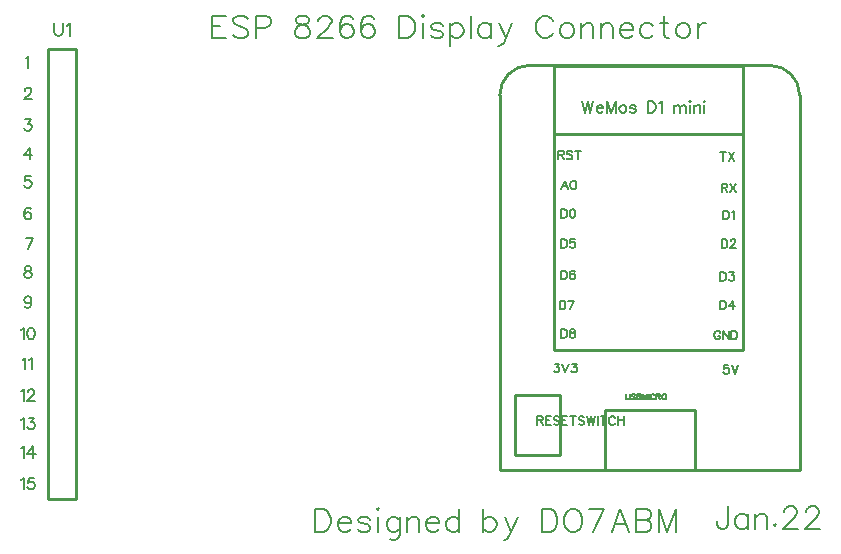
<source format=gto>
G04 Layer: TopSilkLayer*
G04 EasyEDA v6.4.25, 2022-01-12T14:51:12+01:00*
G04 7a201c4e50c24bc0a63e83562ee2f331,e596f8a6ee9548d7bb734fb2f4e531ed,10*
G04 Gerber Generator version 0.2*
G04 Scale: 100 percent, Rotated: No, Reflected: No *
G04 Dimensions in millimeters *
G04 leading zeros omitted , absolute positions ,4 integer and 5 decimal *
%FSLAX45Y45*%
%MOMM*%

%ADD10C,0.2540*%
%ADD13C,0.2032*%
%ADD14C,0.1524*%

%LPD*%
D13*
X2667000Y7977378D02*
G01*
X2667000Y7783576D01*
X2667000Y7977378D02*
G01*
X2787141Y7977378D01*
X2667000Y7885176D02*
G01*
X2740913Y7885176D01*
X2667000Y7783576D02*
G01*
X2787141Y7783576D01*
X2977388Y7949692D02*
G01*
X2958845Y7968234D01*
X2931159Y7977378D01*
X2894329Y7977378D01*
X2866390Y7968234D01*
X2848102Y7949692D01*
X2848102Y7931150D01*
X2857245Y7912862D01*
X2866390Y7903463D01*
X2884931Y7894320D01*
X2940304Y7875778D01*
X2958845Y7866634D01*
X2967990Y7857489D01*
X2977388Y7838947D01*
X2977388Y7811262D01*
X2958845Y7792720D01*
X2931159Y7783576D01*
X2894329Y7783576D01*
X2866390Y7792720D01*
X2848102Y7811262D01*
X3038347Y7977378D02*
G01*
X3038347Y7783576D01*
X3038347Y7977378D02*
G01*
X3121406Y7977378D01*
X3149091Y7968234D01*
X3158490Y7959089D01*
X3167634Y7940547D01*
X3167634Y7912862D01*
X3158490Y7894320D01*
X3149091Y7885176D01*
X3121406Y7875778D01*
X3038347Y7875778D01*
X3417061Y7977378D02*
G01*
X3389375Y7968234D01*
X3379977Y7949692D01*
X3379977Y7931150D01*
X3389375Y7912862D01*
X3407663Y7903463D01*
X3444747Y7894320D01*
X3472434Y7885176D01*
X3490975Y7866634D01*
X3500120Y7848092D01*
X3500120Y7820405D01*
X3490975Y7801863D01*
X3481577Y7792720D01*
X3453891Y7783576D01*
X3417061Y7783576D01*
X3389375Y7792720D01*
X3379977Y7801863D01*
X3370834Y7820405D01*
X3370834Y7848092D01*
X3379977Y7866634D01*
X3398520Y7885176D01*
X3426206Y7894320D01*
X3463290Y7903463D01*
X3481577Y7912862D01*
X3490975Y7931150D01*
X3490975Y7949692D01*
X3481577Y7968234D01*
X3453891Y7977378D01*
X3417061Y7977378D01*
X3570224Y7931150D02*
G01*
X3570224Y7940547D01*
X3579622Y7959089D01*
X3588765Y7968234D01*
X3607308Y7977378D01*
X3644138Y7977378D01*
X3662679Y7968234D01*
X3671824Y7959089D01*
X3681222Y7940547D01*
X3681222Y7922005D01*
X3671824Y7903463D01*
X3653536Y7875778D01*
X3561079Y7783576D01*
X3690365Y7783576D01*
X3862070Y7949692D02*
G01*
X3852925Y7968234D01*
X3825240Y7977378D01*
X3806697Y7977378D01*
X3779011Y7968234D01*
X3760470Y7940547D01*
X3751325Y7894320D01*
X3751325Y7848092D01*
X3760470Y7811262D01*
X3779011Y7792720D01*
X3806697Y7783576D01*
X3816095Y7783576D01*
X3843781Y7792720D01*
X3862070Y7811262D01*
X3871468Y7838947D01*
X3871468Y7848092D01*
X3862070Y7875778D01*
X3843781Y7894320D01*
X3816095Y7903463D01*
X3806697Y7903463D01*
X3779011Y7894320D01*
X3760470Y7875778D01*
X3751325Y7848092D01*
X4043172Y7949692D02*
G01*
X4034027Y7968234D01*
X4006341Y7977378D01*
X3987800Y7977378D01*
X3960113Y7968234D01*
X3941572Y7940547D01*
X3932427Y7894320D01*
X3932427Y7848092D01*
X3941572Y7811262D01*
X3960113Y7792720D01*
X3987800Y7783576D01*
X3996943Y7783576D01*
X4024629Y7792720D01*
X4043172Y7811262D01*
X4052570Y7838947D01*
X4052570Y7848092D01*
X4043172Y7875778D01*
X4024629Y7894320D01*
X3996943Y7903463D01*
X3987800Y7903463D01*
X3960113Y7894320D01*
X3941572Y7875778D01*
X3932427Y7848092D01*
X4255770Y7977378D02*
G01*
X4255770Y7783576D01*
X4255770Y7977378D02*
G01*
X4320286Y7977378D01*
X4347972Y7968234D01*
X4366513Y7949692D01*
X4375658Y7931150D01*
X4385056Y7903463D01*
X4385056Y7857489D01*
X4375658Y7829550D01*
X4366513Y7811262D01*
X4347972Y7792720D01*
X4320286Y7783576D01*
X4255770Y7783576D01*
X4446015Y7977378D02*
G01*
X4455159Y7968234D01*
X4464304Y7977378D01*
X4455159Y7986776D01*
X4446015Y7977378D01*
X4455159Y7912862D02*
G01*
X4455159Y7783576D01*
X4626863Y7885176D02*
G01*
X4617720Y7903463D01*
X4590034Y7912862D01*
X4562347Y7912862D01*
X4534661Y7903463D01*
X4525263Y7885176D01*
X4534661Y7866634D01*
X4552950Y7857489D01*
X4599177Y7848092D01*
X4617720Y7838947D01*
X4626863Y7820405D01*
X4626863Y7811262D01*
X4617720Y7792720D01*
X4590034Y7783576D01*
X4562347Y7783576D01*
X4534661Y7792720D01*
X4525263Y7811262D01*
X4687824Y7912862D02*
G01*
X4687824Y7718805D01*
X4687824Y7885176D02*
G01*
X4706365Y7903463D01*
X4724908Y7912862D01*
X4752593Y7912862D01*
X4771136Y7903463D01*
X4789424Y7885176D01*
X4798822Y7857489D01*
X4798822Y7838947D01*
X4789424Y7811262D01*
X4771136Y7792720D01*
X4752593Y7783576D01*
X4724908Y7783576D01*
X4706365Y7792720D01*
X4687824Y7811262D01*
X4859781Y7977378D02*
G01*
X4859781Y7783576D01*
X5031486Y7912862D02*
G01*
X5031486Y7783576D01*
X5031486Y7885176D02*
G01*
X5012943Y7903463D01*
X4994656Y7912862D01*
X4966970Y7912862D01*
X4948427Y7903463D01*
X4929886Y7885176D01*
X4920741Y7857489D01*
X4920741Y7838947D01*
X4929886Y7811262D01*
X4948427Y7792720D01*
X4966970Y7783576D01*
X4994656Y7783576D01*
X5012943Y7792720D01*
X5031486Y7811262D01*
X5101590Y7912862D02*
G01*
X5157215Y7783576D01*
X5212588Y7912862D02*
G01*
X5157215Y7783576D01*
X5138674Y7746492D01*
X5120131Y7727950D01*
X5101590Y7718805D01*
X5092445Y7718805D01*
X5554218Y7931150D02*
G01*
X5545074Y7949692D01*
X5526531Y7968234D01*
X5507990Y7977378D01*
X5471159Y7977378D01*
X5452618Y7968234D01*
X5434329Y7949692D01*
X5424931Y7931150D01*
X5415788Y7903463D01*
X5415788Y7857489D01*
X5424931Y7829550D01*
X5434329Y7811262D01*
X5452618Y7792720D01*
X5471159Y7783576D01*
X5507990Y7783576D01*
X5526531Y7792720D01*
X5545074Y7811262D01*
X5554218Y7829550D01*
X5661406Y7912862D02*
G01*
X5642863Y7903463D01*
X5624575Y7885176D01*
X5615177Y7857489D01*
X5615177Y7838947D01*
X5624575Y7811262D01*
X5642863Y7792720D01*
X5661406Y7783576D01*
X5689091Y7783576D01*
X5707634Y7792720D01*
X5726175Y7811262D01*
X5735320Y7838947D01*
X5735320Y7857489D01*
X5726175Y7885176D01*
X5707634Y7903463D01*
X5689091Y7912862D01*
X5661406Y7912862D01*
X5796279Y7912862D02*
G01*
X5796279Y7783576D01*
X5796279Y7875778D02*
G01*
X5823965Y7903463D01*
X5842508Y7912862D01*
X5870193Y7912862D01*
X5888736Y7903463D01*
X5897879Y7875778D01*
X5897879Y7783576D01*
X5958840Y7912862D02*
G01*
X5958840Y7783576D01*
X5958840Y7875778D02*
G01*
X5986525Y7903463D01*
X6005068Y7912862D01*
X6032754Y7912862D01*
X6051295Y7903463D01*
X6060440Y7875778D01*
X6060440Y7783576D01*
X6121400Y7857489D02*
G01*
X6232143Y7857489D01*
X6232143Y7875778D01*
X6223000Y7894320D01*
X6213856Y7903463D01*
X6195313Y7912862D01*
X6167627Y7912862D01*
X6149086Y7903463D01*
X6130543Y7885176D01*
X6121400Y7857489D01*
X6121400Y7838947D01*
X6130543Y7811262D01*
X6149086Y7792720D01*
X6167627Y7783576D01*
X6195313Y7783576D01*
X6213856Y7792720D01*
X6232143Y7811262D01*
X6404102Y7885176D02*
G01*
X6385559Y7903463D01*
X6367018Y7912862D01*
X6339331Y7912862D01*
X6320790Y7903463D01*
X6302502Y7885176D01*
X6293104Y7857489D01*
X6293104Y7838947D01*
X6302502Y7811262D01*
X6320790Y7792720D01*
X6339331Y7783576D01*
X6367018Y7783576D01*
X6385559Y7792720D01*
X6404102Y7811262D01*
X6492747Y7977378D02*
G01*
X6492747Y7820405D01*
X6501891Y7792720D01*
X6520434Y7783576D01*
X6538975Y7783576D01*
X6465061Y7912862D02*
G01*
X6529577Y7912862D01*
X6645909Y7912862D02*
G01*
X6627622Y7903463D01*
X6609079Y7885176D01*
X6599936Y7857489D01*
X6599936Y7838947D01*
X6609079Y7811262D01*
X6627622Y7792720D01*
X6645909Y7783576D01*
X6673850Y7783576D01*
X6692138Y7792720D01*
X6710679Y7811262D01*
X6719824Y7838947D01*
X6719824Y7857489D01*
X6710679Y7885176D01*
X6692138Y7903463D01*
X6673850Y7912862D01*
X6645909Y7912862D01*
X6780784Y7912862D02*
G01*
X6780784Y7783576D01*
X6780784Y7857489D02*
G01*
X6790181Y7885176D01*
X6808470Y7903463D01*
X6827011Y7912862D01*
X6854697Y7912862D01*
X3543300Y3799078D02*
G01*
X3543300Y3605276D01*
X3543300Y3799078D02*
G01*
X3608070Y3799078D01*
X3635756Y3789934D01*
X3654043Y3771392D01*
X3663441Y3752850D01*
X3672586Y3725163D01*
X3672586Y3679189D01*
X3663441Y3651250D01*
X3654043Y3632962D01*
X3635756Y3614420D01*
X3608070Y3605276D01*
X3543300Y3605276D01*
X3733545Y3679189D02*
G01*
X3844290Y3679189D01*
X3844290Y3697478D01*
X3835145Y3716020D01*
X3826002Y3725163D01*
X3807459Y3734562D01*
X3779774Y3734562D01*
X3761231Y3725163D01*
X3742690Y3706876D01*
X3733545Y3679189D01*
X3733545Y3660647D01*
X3742690Y3632962D01*
X3761231Y3614420D01*
X3779774Y3605276D01*
X3807459Y3605276D01*
X3826002Y3614420D01*
X3844290Y3632962D01*
X4006850Y3706876D02*
G01*
X3997706Y3725163D01*
X3970020Y3734562D01*
X3942334Y3734562D01*
X3914647Y3725163D01*
X3905250Y3706876D01*
X3914647Y3688334D01*
X3933190Y3679189D01*
X3979163Y3669792D01*
X3997706Y3660647D01*
X4006850Y3642105D01*
X4006850Y3632962D01*
X3997706Y3614420D01*
X3970020Y3605276D01*
X3942334Y3605276D01*
X3914647Y3614420D01*
X3905250Y3632962D01*
X4067809Y3799078D02*
G01*
X4077208Y3789934D01*
X4086352Y3799078D01*
X4077208Y3808476D01*
X4067809Y3799078D01*
X4077208Y3734562D02*
G01*
X4077208Y3605276D01*
X4258309Y3734562D02*
G01*
X4258309Y3586734D01*
X4248911Y3559047D01*
X4239768Y3549650D01*
X4221225Y3540505D01*
X4193540Y3540505D01*
X4174997Y3549650D01*
X4258309Y3706876D02*
G01*
X4239768Y3725163D01*
X4221225Y3734562D01*
X4193540Y3734562D01*
X4174997Y3725163D01*
X4156709Y3706876D01*
X4147311Y3679189D01*
X4147311Y3660647D01*
X4156709Y3632962D01*
X4174997Y3614420D01*
X4193540Y3605276D01*
X4221225Y3605276D01*
X4239768Y3614420D01*
X4258309Y3632962D01*
X4319270Y3734562D02*
G01*
X4319270Y3605276D01*
X4319270Y3697478D02*
G01*
X4346956Y3725163D01*
X4365243Y3734562D01*
X4392929Y3734562D01*
X4411472Y3725163D01*
X4420870Y3697478D01*
X4420870Y3605276D01*
X4481829Y3679189D02*
G01*
X4592574Y3679189D01*
X4592574Y3697478D01*
X4583429Y3716020D01*
X4574031Y3725163D01*
X4555490Y3734562D01*
X4527804Y3734562D01*
X4509515Y3725163D01*
X4490974Y3706876D01*
X4481829Y3679189D01*
X4481829Y3660647D01*
X4490974Y3632962D01*
X4509515Y3614420D01*
X4527804Y3605276D01*
X4555490Y3605276D01*
X4574031Y3614420D01*
X4592574Y3632962D01*
X4764277Y3799078D02*
G01*
X4764277Y3605276D01*
X4764277Y3706876D02*
G01*
X4745990Y3725163D01*
X4727447Y3734562D01*
X4699761Y3734562D01*
X4681220Y3725163D01*
X4662677Y3706876D01*
X4653534Y3679189D01*
X4653534Y3660647D01*
X4662677Y3632962D01*
X4681220Y3614420D01*
X4699761Y3605276D01*
X4727447Y3605276D01*
X4745990Y3614420D01*
X4764277Y3632962D01*
X4967477Y3799078D02*
G01*
X4967477Y3605276D01*
X4967477Y3706876D02*
G01*
X4986020Y3725163D01*
X5004561Y3734562D01*
X5032247Y3734562D01*
X5050790Y3725163D01*
X5069077Y3706876D01*
X5078475Y3679189D01*
X5078475Y3660647D01*
X5069077Y3632962D01*
X5050790Y3614420D01*
X5032247Y3605276D01*
X5004561Y3605276D01*
X4986020Y3614420D01*
X4967477Y3632962D01*
X5148579Y3734562D02*
G01*
X5203952Y3605276D01*
X5259324Y3734562D02*
G01*
X5203952Y3605276D01*
X5185409Y3568192D01*
X5167122Y3549650D01*
X5148579Y3540505D01*
X5139436Y3540505D01*
X5462524Y3799078D02*
G01*
X5462524Y3605276D01*
X5462524Y3799078D02*
G01*
X5527293Y3799078D01*
X5554979Y3789934D01*
X5573522Y3771392D01*
X5582665Y3752850D01*
X5591809Y3725163D01*
X5591809Y3679189D01*
X5582665Y3651250D01*
X5573522Y3632962D01*
X5554979Y3614420D01*
X5527293Y3605276D01*
X5462524Y3605276D01*
X5708395Y3799078D02*
G01*
X5689854Y3789934D01*
X5671311Y3771392D01*
X5662168Y3752850D01*
X5652770Y3725163D01*
X5652770Y3679189D01*
X5662168Y3651250D01*
X5671311Y3632962D01*
X5689854Y3614420D01*
X5708395Y3605276D01*
X5745225Y3605276D01*
X5763768Y3614420D01*
X5782309Y3632962D01*
X5791454Y3651250D01*
X5800597Y3679189D01*
X5800597Y3725163D01*
X5791454Y3752850D01*
X5782309Y3771392D01*
X5763768Y3789934D01*
X5745225Y3799078D01*
X5708395Y3799078D01*
X5990843Y3799078D02*
G01*
X5898641Y3605276D01*
X5861558Y3799078D02*
G01*
X5990843Y3799078D01*
X6125718Y3799078D02*
G01*
X6051804Y3605276D01*
X6125718Y3799078D02*
G01*
X6199631Y3605276D01*
X6079490Y3669792D02*
G01*
X6171945Y3669792D01*
X6260591Y3799078D02*
G01*
X6260591Y3605276D01*
X6260591Y3799078D02*
G01*
X6343650Y3799078D01*
X6371590Y3789934D01*
X6380734Y3780789D01*
X6389877Y3762247D01*
X6389877Y3743705D01*
X6380734Y3725163D01*
X6371590Y3716020D01*
X6343650Y3706876D01*
X6260591Y3706876D02*
G01*
X6343650Y3706876D01*
X6371590Y3697478D01*
X6380734Y3688334D01*
X6389877Y3669792D01*
X6389877Y3642105D01*
X6380734Y3623563D01*
X6371590Y3614420D01*
X6343650Y3605276D01*
X6260591Y3605276D01*
X6450838Y3799078D02*
G01*
X6450838Y3605276D01*
X6450838Y3799078D02*
G01*
X6524752Y3605276D01*
X6598665Y3799078D02*
G01*
X6524752Y3605276D01*
X6598665Y3799078D02*
G01*
X6598665Y3605276D01*
X1092200Y7613904D02*
G01*
X1101344Y7618476D01*
X1114805Y7631937D01*
X1114805Y7536434D01*
X1084071Y7342631D02*
G01*
X1084071Y7347204D01*
X1088644Y7356094D01*
X1093215Y7360665D01*
X1102105Y7365237D01*
X1120394Y7365237D01*
X1129537Y7360665D01*
X1134110Y7356094D01*
X1138681Y7347204D01*
X1138681Y7338060D01*
X1134110Y7328915D01*
X1124965Y7315200D01*
X1079500Y7269734D01*
X1143254Y7269734D01*
X1088644Y7098537D02*
G01*
X1138681Y7098537D01*
X1111250Y7062215D01*
X1124965Y7062215D01*
X1134110Y7057644D01*
X1138681Y7053071D01*
X1143254Y7039610D01*
X1143254Y7030465D01*
X1138681Y7016750D01*
X1129537Y7007605D01*
X1115821Y7003034D01*
X1102105Y7003034D01*
X1088644Y7007605D01*
X1084071Y7012178D01*
X1079500Y7021321D01*
X1124965Y6857237D02*
G01*
X1079500Y6793737D01*
X1147571Y6793737D01*
X1124965Y6857237D02*
G01*
X1124965Y6761734D01*
X1134110Y6615937D02*
G01*
X1088644Y6615937D01*
X1084071Y6575044D01*
X1088644Y6579615D01*
X1102105Y6584187D01*
X1115821Y6584187D01*
X1129537Y6579615D01*
X1138681Y6570471D01*
X1143254Y6557010D01*
X1143254Y6547865D01*
X1138681Y6534150D01*
X1129537Y6525005D01*
X1115821Y6520434D01*
X1102105Y6520434D01*
X1088644Y6525005D01*
X1084071Y6529578D01*
X1079500Y6538721D01*
X1134110Y6335776D02*
G01*
X1129537Y6344665D01*
X1115821Y6349237D01*
X1106678Y6349237D01*
X1093215Y6344665D01*
X1084071Y6331204D01*
X1079500Y6308344D01*
X1079500Y6285737D01*
X1084071Y6267450D01*
X1093215Y6258305D01*
X1106678Y6253734D01*
X1111250Y6253734D01*
X1124965Y6258305D01*
X1134110Y6267450D01*
X1138681Y6281165D01*
X1138681Y6285737D01*
X1134110Y6299200D01*
X1124965Y6308344D01*
X1111250Y6312915D01*
X1106678Y6312915D01*
X1093215Y6308344D01*
X1084071Y6299200D01*
X1079500Y6285737D01*
X1155954Y6095237D02*
G01*
X1110487Y5999734D01*
X1092200Y6095237D02*
G01*
X1155954Y6095237D01*
X1102105Y5853937D02*
G01*
X1088644Y5849365D01*
X1084071Y5840476D01*
X1084071Y5831331D01*
X1088644Y5822187D01*
X1097787Y5817615D01*
X1115821Y5813044D01*
X1129537Y5808471D01*
X1138681Y5799581D01*
X1143254Y5790437D01*
X1143254Y5776721D01*
X1138681Y5767578D01*
X1134110Y5763005D01*
X1120394Y5758434D01*
X1102105Y5758434D01*
X1088644Y5763005D01*
X1084071Y5767578D01*
X1079500Y5776721D01*
X1079500Y5790437D01*
X1084071Y5799581D01*
X1093215Y5808471D01*
X1106678Y5813044D01*
X1124965Y5817615D01*
X1134110Y5822187D01*
X1138681Y5831331D01*
X1138681Y5840476D01*
X1134110Y5849365D01*
X1120394Y5853937D01*
X1102105Y5853937D01*
X1138681Y5568187D02*
G01*
X1134110Y5554471D01*
X1124965Y5545581D01*
X1111250Y5541010D01*
X1106678Y5541010D01*
X1093215Y5545581D01*
X1084071Y5554471D01*
X1079500Y5568187D01*
X1079500Y5572760D01*
X1084071Y5586476D01*
X1093215Y5595365D01*
X1106678Y5599937D01*
X1111250Y5599937D01*
X1124965Y5595365D01*
X1134110Y5586476D01*
X1138681Y5568187D01*
X1138681Y5545581D01*
X1134110Y5522721D01*
X1124965Y5509005D01*
X1111250Y5504434D01*
X1102105Y5504434D01*
X1088644Y5509005D01*
X1084071Y5518150D01*
X1054100Y5315204D02*
G01*
X1063244Y5319776D01*
X1076705Y5333237D01*
X1076705Y5237734D01*
X1134110Y5333237D02*
G01*
X1120394Y5328665D01*
X1111250Y5315204D01*
X1106931Y5292344D01*
X1106931Y5278881D01*
X1111250Y5256021D01*
X1120394Y5242305D01*
X1134110Y5237734D01*
X1143254Y5237734D01*
X1156715Y5242305D01*
X1165860Y5256021D01*
X1170431Y5278881D01*
X1170431Y5292344D01*
X1165860Y5315204D01*
X1156715Y5328665D01*
X1143254Y5333237D01*
X1134110Y5333237D01*
X1066800Y5061204D02*
G01*
X1075944Y5065776D01*
X1089405Y5079237D01*
X1089405Y4983734D01*
X1119631Y5061204D02*
G01*
X1128521Y5065776D01*
X1142237Y5079237D01*
X1142237Y4983734D01*
X1054100Y4794504D02*
G01*
X1063244Y4799076D01*
X1076705Y4812537D01*
X1076705Y4717034D01*
X1111250Y4789931D02*
G01*
X1111250Y4794504D01*
X1115821Y4803394D01*
X1120394Y4807965D01*
X1129537Y4812537D01*
X1147826Y4812537D01*
X1156715Y4807965D01*
X1161287Y4803394D01*
X1165860Y4794504D01*
X1165860Y4785360D01*
X1161287Y4776215D01*
X1152397Y4762500D01*
X1106931Y4717034D01*
X1170431Y4717034D01*
X1054100Y4553204D02*
G01*
X1063244Y4557776D01*
X1076705Y4571237D01*
X1076705Y4475734D01*
X1115821Y4571237D02*
G01*
X1165860Y4571237D01*
X1138681Y4534915D01*
X1152397Y4534915D01*
X1161287Y4530344D01*
X1165860Y4525771D01*
X1170431Y4512310D01*
X1170431Y4503165D01*
X1165860Y4489450D01*
X1156715Y4480305D01*
X1143254Y4475734D01*
X1129537Y4475734D01*
X1115821Y4480305D01*
X1111250Y4484878D01*
X1106931Y4494021D01*
X1054100Y4311904D02*
G01*
X1063244Y4316476D01*
X1076705Y4329937D01*
X1076705Y4234434D01*
X1152397Y4329937D02*
G01*
X1106931Y4266437D01*
X1175004Y4266437D01*
X1152397Y4329937D02*
G01*
X1152397Y4234434D01*
X1054100Y4045204D02*
G01*
X1063244Y4049776D01*
X1076705Y4063237D01*
X1076705Y3967734D01*
X1161287Y4063237D02*
G01*
X1115821Y4063237D01*
X1111250Y4022344D01*
X1115821Y4026915D01*
X1129537Y4031487D01*
X1143254Y4031487D01*
X1156715Y4026915D01*
X1165860Y4017771D01*
X1170431Y4004310D01*
X1170431Y3995165D01*
X1165860Y3981450D01*
X1156715Y3972305D01*
X1143254Y3967734D01*
X1129537Y3967734D01*
X1115821Y3972305D01*
X1111250Y3976878D01*
X1106931Y3986021D01*
D14*
X1333500Y7913115D02*
G01*
X1333500Y7835137D01*
X1338579Y7819644D01*
X1348994Y7809229D01*
X1364742Y7804150D01*
X1375155Y7804150D01*
X1390650Y7809229D01*
X1401063Y7819644D01*
X1406144Y7835137D01*
X1406144Y7913115D01*
X1440434Y7892287D02*
G01*
X1450847Y7897621D01*
X1466595Y7913115D01*
X1466595Y7804150D01*
X5803900Y7252715D02*
G01*
X5827013Y7155687D01*
X5850127Y7252715D02*
G01*
X5827013Y7155687D01*
X5850127Y7252715D02*
G01*
X5873241Y7155687D01*
X5896356Y7252715D02*
G01*
X5873241Y7155687D01*
X5926836Y7192518D02*
G01*
X5982208Y7192518D01*
X5982208Y7201915D01*
X5977636Y7211060D01*
X5972809Y7215631D01*
X5963665Y7220204D01*
X5949950Y7220204D01*
X5940552Y7215631D01*
X5931408Y7206487D01*
X5926836Y7192518D01*
X5926836Y7183373D01*
X5931408Y7169404D01*
X5940552Y7160260D01*
X5949950Y7155687D01*
X5963665Y7155687D01*
X5972809Y7160260D01*
X5982208Y7169404D01*
X6012688Y7252715D02*
G01*
X6012688Y7155687D01*
X6012688Y7252715D02*
G01*
X6049518Y7155687D01*
X6086602Y7252715D02*
G01*
X6049518Y7155687D01*
X6086602Y7252715D02*
G01*
X6086602Y7155687D01*
X6140195Y7220204D02*
G01*
X6130797Y7215631D01*
X6121654Y7206487D01*
X6117081Y7192518D01*
X6117081Y7183373D01*
X6121654Y7169404D01*
X6130797Y7160260D01*
X6140195Y7155687D01*
X6153911Y7155687D01*
X6163309Y7160260D01*
X6172454Y7169404D01*
X6177025Y7183373D01*
X6177025Y7192518D01*
X6172454Y7206487D01*
X6163309Y7215631D01*
X6153911Y7220204D01*
X6140195Y7220204D01*
X6258306Y7206487D02*
G01*
X6253734Y7215631D01*
X6239763Y7220204D01*
X6226047Y7220204D01*
X6212077Y7215631D01*
X6207506Y7206487D01*
X6212077Y7197089D01*
X6221475Y7192518D01*
X6244590Y7187945D01*
X6253734Y7183373D01*
X6258306Y7174229D01*
X6258306Y7169404D01*
X6253734Y7160260D01*
X6239763Y7155687D01*
X6226047Y7155687D01*
X6212077Y7160260D01*
X6207506Y7169404D01*
X6359906Y7252715D02*
G01*
X6359906Y7155687D01*
X6359906Y7252715D02*
G01*
X6392163Y7252715D01*
X6406134Y7247889D01*
X6415277Y7238745D01*
X6419850Y7229602D01*
X6424675Y7215631D01*
X6424675Y7192518D01*
X6419850Y7178802D01*
X6415277Y7169404D01*
X6406134Y7160260D01*
X6392163Y7155687D01*
X6359906Y7155687D01*
X6455156Y7234173D02*
G01*
X6464300Y7238745D01*
X6478270Y7252715D01*
X6478270Y7155687D01*
X6579870Y7220204D02*
G01*
X6579870Y7155687D01*
X6579870Y7201915D02*
G01*
X6593586Y7215631D01*
X6602729Y7220204D01*
X6616700Y7220204D01*
X6625843Y7215631D01*
X6630670Y7201915D01*
X6630670Y7155687D01*
X6630670Y7201915D02*
G01*
X6644386Y7215631D01*
X6653529Y7220204D01*
X6667500Y7220204D01*
X6676643Y7215631D01*
X6681470Y7201915D01*
X6681470Y7155687D01*
X6711950Y7252715D02*
G01*
X6716522Y7247889D01*
X6721093Y7252715D01*
X6716522Y7257287D01*
X6711950Y7252715D01*
X6716522Y7220204D02*
G01*
X6716522Y7155687D01*
X6751574Y7220204D02*
G01*
X6751574Y7155687D01*
X6751574Y7201915D02*
G01*
X6765290Y7215631D01*
X6774688Y7220204D01*
X6788404Y7220204D01*
X6797802Y7215631D01*
X6802374Y7201915D01*
X6802374Y7155687D01*
X6832854Y7252715D02*
G01*
X6837425Y7247889D01*
X6841997Y7252715D01*
X6837425Y7257287D01*
X6832854Y7252715D01*
X6837425Y7220204D02*
G01*
X6837425Y7155687D01*
X5600700Y6833362D02*
G01*
X5600700Y6760463D01*
X5600700Y6833362D02*
G01*
X5631941Y6833362D01*
X5642356Y6829805D01*
X5645658Y6826250D01*
X5649213Y6819392D01*
X5649213Y6812534D01*
X5645658Y6805676D01*
X5642356Y6802120D01*
X5631941Y6798563D01*
X5600700Y6798563D01*
X5624829Y6798563D02*
G01*
X5649213Y6760463D01*
X5720588Y6822947D02*
G01*
X5713729Y6829805D01*
X5703315Y6833362D01*
X5689345Y6833362D01*
X5678931Y6829805D01*
X5672074Y6822947D01*
X5672074Y6816089D01*
X5675629Y6808978D01*
X5678931Y6805676D01*
X5685790Y6802120D01*
X5706618Y6795262D01*
X5713729Y6791705D01*
X5717031Y6788150D01*
X5720588Y6781292D01*
X5720588Y6770878D01*
X5713729Y6764020D01*
X5703315Y6760463D01*
X5689345Y6760463D01*
X5678931Y6764020D01*
X5672074Y6770878D01*
X5767577Y6833362D02*
G01*
X5767577Y6760463D01*
X5743447Y6833362D02*
G01*
X5791961Y6833362D01*
X5653786Y6579362D02*
G01*
X5626100Y6506463D01*
X5653786Y6579362D02*
G01*
X5681472Y6506463D01*
X5636513Y6530847D02*
G01*
X5671058Y6530847D01*
X5725159Y6579362D02*
G01*
X5714745Y6575805D01*
X5707888Y6565392D01*
X5704331Y6548120D01*
X5704331Y6537705D01*
X5707888Y6520434D01*
X5714745Y6510020D01*
X5725159Y6506463D01*
X5732018Y6506463D01*
X5742431Y6510020D01*
X5749290Y6520434D01*
X5752845Y6537705D01*
X5752845Y6548120D01*
X5749290Y6565392D01*
X5742431Y6575805D01*
X5732018Y6579362D01*
X5725159Y6579362D01*
X5626100Y6338062D02*
G01*
X5626100Y6265163D01*
X5626100Y6338062D02*
G01*
X5650229Y6338062D01*
X5660643Y6334505D01*
X5667756Y6327647D01*
X5671058Y6320789D01*
X5674613Y6310376D01*
X5674613Y6292850D01*
X5671058Y6282689D01*
X5667756Y6275578D01*
X5660643Y6268720D01*
X5650229Y6265163D01*
X5626100Y6265163D01*
X5718302Y6338062D02*
G01*
X5707888Y6334505D01*
X5701029Y6324092D01*
X5697474Y6306820D01*
X5697474Y6296405D01*
X5701029Y6279134D01*
X5707888Y6268720D01*
X5718302Y6265163D01*
X5725159Y6265163D01*
X5735574Y6268720D01*
X5742431Y6279134D01*
X5745988Y6296405D01*
X5745988Y6306820D01*
X5742431Y6324092D01*
X5735574Y6334505D01*
X5725159Y6338062D01*
X5718302Y6338062D01*
X5626100Y6084062D02*
G01*
X5626100Y6011163D01*
X5626100Y6084062D02*
G01*
X5650229Y6084062D01*
X5660643Y6080505D01*
X5667756Y6073647D01*
X5671058Y6066789D01*
X5674613Y6056376D01*
X5674613Y6038850D01*
X5671058Y6028689D01*
X5667756Y6021578D01*
X5660643Y6014720D01*
X5650229Y6011163D01*
X5626100Y6011163D01*
X5739129Y6084062D02*
G01*
X5704331Y6084062D01*
X5701029Y6052820D01*
X5704331Y6056376D01*
X5714745Y6059678D01*
X5725159Y6059678D01*
X5735574Y6056376D01*
X5742431Y6049263D01*
X5745988Y6038850D01*
X5745988Y6031992D01*
X5742431Y6021578D01*
X5735574Y6014720D01*
X5725159Y6011163D01*
X5714745Y6011163D01*
X5704331Y6014720D01*
X5701029Y6018276D01*
X5697474Y6025134D01*
X5626100Y5817362D02*
G01*
X5626100Y5744463D01*
X5626100Y5817362D02*
G01*
X5650229Y5817362D01*
X5660643Y5813805D01*
X5667756Y5806947D01*
X5671058Y5800089D01*
X5674613Y5789676D01*
X5674613Y5772150D01*
X5671058Y5761989D01*
X5667756Y5754878D01*
X5660643Y5748020D01*
X5650229Y5744463D01*
X5626100Y5744463D01*
X5739129Y5806947D02*
G01*
X5735574Y5813805D01*
X5725159Y5817362D01*
X5718302Y5817362D01*
X5707888Y5813805D01*
X5701029Y5803392D01*
X5697474Y5786120D01*
X5697474Y5768847D01*
X5701029Y5754878D01*
X5707888Y5748020D01*
X5718302Y5744463D01*
X5721604Y5744463D01*
X5732018Y5748020D01*
X5739129Y5754878D01*
X5742431Y5765292D01*
X5742431Y5768847D01*
X5739129Y5779262D01*
X5732018Y5786120D01*
X5721604Y5789676D01*
X5718302Y5789676D01*
X5707888Y5786120D01*
X5701029Y5779262D01*
X5697474Y5768847D01*
X5613400Y5563362D02*
G01*
X5613400Y5490463D01*
X5613400Y5563362D02*
G01*
X5637529Y5563362D01*
X5647943Y5559805D01*
X5655056Y5552947D01*
X5658358Y5546089D01*
X5661913Y5535676D01*
X5661913Y5518150D01*
X5658358Y5507989D01*
X5655056Y5500878D01*
X5647943Y5494020D01*
X5637529Y5490463D01*
X5613400Y5490463D01*
X5733288Y5563362D02*
G01*
X5698490Y5490463D01*
X5684774Y5563362D02*
G01*
X5733288Y5563362D01*
X5626100Y5322062D02*
G01*
X5626100Y5249163D01*
X5626100Y5322062D02*
G01*
X5650229Y5322062D01*
X5660643Y5318505D01*
X5667756Y5311647D01*
X5671058Y5304789D01*
X5674613Y5294376D01*
X5674613Y5276850D01*
X5671058Y5266689D01*
X5667756Y5259578D01*
X5660643Y5252720D01*
X5650229Y5249163D01*
X5626100Y5249163D01*
X5714745Y5322062D02*
G01*
X5704331Y5318505D01*
X5701029Y5311647D01*
X5701029Y5304789D01*
X5704331Y5297678D01*
X5711190Y5294376D01*
X5725159Y5290820D01*
X5735574Y5287263D01*
X5742431Y5280405D01*
X5745988Y5273547D01*
X5745988Y5263134D01*
X5742431Y5256276D01*
X5739129Y5252720D01*
X5728715Y5249163D01*
X5714745Y5249163D01*
X5704331Y5252720D01*
X5701029Y5256276D01*
X5697474Y5263134D01*
X5697474Y5273547D01*
X5701029Y5280405D01*
X5707888Y5287263D01*
X5718302Y5290820D01*
X5732018Y5294376D01*
X5739129Y5297678D01*
X5742431Y5304789D01*
X5742431Y5311647D01*
X5739129Y5318505D01*
X5728715Y5322062D01*
X5714745Y5322062D01*
X5569458Y5029962D02*
G01*
X5607558Y5029962D01*
X5586729Y5002276D01*
X5597143Y5002276D01*
X5604256Y4998720D01*
X5607558Y4995163D01*
X5611113Y4984750D01*
X5611113Y4977892D01*
X5607558Y4967478D01*
X5600700Y4960620D01*
X5590286Y4957063D01*
X5579872Y4957063D01*
X5569458Y4960620D01*
X5566156Y4964176D01*
X5562600Y4971034D01*
X5633974Y5029962D02*
G01*
X5661659Y4957063D01*
X5689345Y5029962D02*
G01*
X5661659Y4957063D01*
X5719063Y5029962D02*
G01*
X5757163Y5029962D01*
X5736590Y5002276D01*
X5746750Y5002276D01*
X5753861Y4998720D01*
X5757163Y4995163D01*
X5760720Y4984750D01*
X5760720Y4977892D01*
X5757163Y4967478D01*
X5750306Y4960620D01*
X5739891Y4957063D01*
X5729477Y4957063D01*
X5719063Y4960620D01*
X5715761Y4964176D01*
X5712206Y4971034D01*
X7039356Y5017262D02*
G01*
X7004558Y5017262D01*
X7001256Y4986020D01*
X7004558Y4989576D01*
X7014972Y4992878D01*
X7025386Y4992878D01*
X7035800Y4989576D01*
X7042658Y4982463D01*
X7046213Y4972050D01*
X7046213Y4965192D01*
X7042658Y4954778D01*
X7035800Y4947920D01*
X7025386Y4944363D01*
X7014972Y4944363D01*
X7004558Y4947920D01*
X7001256Y4951476D01*
X6997700Y4958334D01*
X7069074Y5017262D02*
G01*
X7096759Y4944363D01*
X7124445Y5017262D02*
G01*
X7096759Y4944363D01*
X6973570Y5292089D02*
G01*
X6970013Y5298947D01*
X6963156Y5305805D01*
X6956043Y5309362D01*
X6942327Y5309362D01*
X6935470Y5305805D01*
X6928358Y5298947D01*
X6925056Y5292089D01*
X6921500Y5281676D01*
X6921500Y5264150D01*
X6925056Y5253989D01*
X6928358Y5246878D01*
X6935470Y5240020D01*
X6942327Y5236463D01*
X6956043Y5236463D01*
X6963156Y5240020D01*
X6970013Y5246878D01*
X6973570Y5253989D01*
X6973570Y5264150D01*
X6956043Y5264150D02*
G01*
X6973570Y5264150D01*
X6996429Y5309362D02*
G01*
X6996429Y5236463D01*
X6996429Y5309362D02*
G01*
X7044690Y5236463D01*
X7044690Y5309362D02*
G01*
X7044690Y5236463D01*
X7067550Y5309362D02*
G01*
X7067550Y5236463D01*
X7067550Y5309362D02*
G01*
X7091934Y5309362D01*
X7102347Y5305805D01*
X7109206Y5298947D01*
X7112761Y5292089D01*
X7116063Y5281676D01*
X7116063Y5264150D01*
X7112761Y5253989D01*
X7109206Y5246878D01*
X7102347Y5240020D01*
X7091934Y5236463D01*
X7067550Y5236463D01*
X6972300Y5563362D02*
G01*
X6972300Y5490463D01*
X6972300Y5563362D02*
G01*
X6996429Y5563362D01*
X7006843Y5559805D01*
X7013956Y5552947D01*
X7017258Y5546089D01*
X7020813Y5535676D01*
X7020813Y5518150D01*
X7017258Y5507989D01*
X7013956Y5500878D01*
X7006843Y5494020D01*
X6996429Y5490463D01*
X6972300Y5490463D01*
X7078218Y5563362D02*
G01*
X7043674Y5514847D01*
X7095490Y5514847D01*
X7078218Y5563362D02*
G01*
X7078218Y5490463D01*
X6972300Y5804662D02*
G01*
X6972300Y5731763D01*
X6972300Y5804662D02*
G01*
X6996429Y5804662D01*
X7006843Y5801105D01*
X7013956Y5794247D01*
X7017258Y5787389D01*
X7020813Y5776976D01*
X7020813Y5759450D01*
X7017258Y5749289D01*
X7013956Y5742178D01*
X7006843Y5735320D01*
X6996429Y5731763D01*
X6972300Y5731763D01*
X7050531Y5804662D02*
G01*
X7088631Y5804662D01*
X7067804Y5776976D01*
X7078218Y5776976D01*
X7085329Y5773420D01*
X7088631Y5769863D01*
X7092188Y5759450D01*
X7092188Y5752592D01*
X7088631Y5742178D01*
X7081774Y5735320D01*
X7071359Y5731763D01*
X7060945Y5731763D01*
X7050531Y5735320D01*
X7047229Y5738876D01*
X7043674Y5745734D01*
X6985000Y6084062D02*
G01*
X6985000Y6011163D01*
X6985000Y6084062D02*
G01*
X7009129Y6084062D01*
X7019543Y6080505D01*
X7026656Y6073647D01*
X7029958Y6066789D01*
X7033513Y6056376D01*
X7033513Y6038850D01*
X7029958Y6028689D01*
X7026656Y6021578D01*
X7019543Y6014720D01*
X7009129Y6011163D01*
X6985000Y6011163D01*
X7059929Y6066789D02*
G01*
X7059929Y6070092D01*
X7063231Y6076950D01*
X7066788Y6080505D01*
X7073645Y6084062D01*
X7087615Y6084062D01*
X7094474Y6080505D01*
X7098029Y6076950D01*
X7101331Y6070092D01*
X7101331Y6063234D01*
X7098029Y6056376D01*
X7090918Y6045962D01*
X7056374Y6011163D01*
X7104888Y6011163D01*
X6997700Y6325362D02*
G01*
X6997700Y6252463D01*
X6997700Y6325362D02*
G01*
X7021829Y6325362D01*
X7032243Y6321805D01*
X7039356Y6314947D01*
X7042658Y6308089D01*
X7046213Y6297676D01*
X7046213Y6280150D01*
X7042658Y6269989D01*
X7039356Y6262878D01*
X7032243Y6256020D01*
X7021829Y6252463D01*
X6997700Y6252463D01*
X7069074Y6311392D02*
G01*
X7075931Y6314947D01*
X7086345Y6325362D01*
X7086345Y6252463D01*
X6985000Y6553962D02*
G01*
X6985000Y6481063D01*
X6985000Y6553962D02*
G01*
X7016241Y6553962D01*
X7026656Y6550405D01*
X7029958Y6546850D01*
X7033513Y6539992D01*
X7033513Y6533134D01*
X7029958Y6526276D01*
X7026656Y6522720D01*
X7016241Y6519163D01*
X6985000Y6519163D01*
X7009129Y6519163D02*
G01*
X7033513Y6481063D01*
X7056374Y6553962D02*
G01*
X7104888Y6481063D01*
X7104888Y6553962D02*
G01*
X7056374Y6481063D01*
X6996429Y6820662D02*
G01*
X6996429Y6747763D01*
X6972300Y6820662D02*
G01*
X7020813Y6820662D01*
X7043674Y6820662D02*
G01*
X7092188Y6747763D01*
X7092188Y6820662D02*
G01*
X7043674Y6747763D01*
X7037831Y3821429D02*
G01*
X7037831Y3675887D01*
X7028688Y3648710D01*
X7019543Y3639565D01*
X7001509Y3630421D01*
X6983222Y3630421D01*
X6965188Y3639565D01*
X6956043Y3648710D01*
X6946900Y3675887D01*
X6946900Y3693921D01*
X7206995Y3757676D02*
G01*
X7206995Y3630421D01*
X7206995Y3730497D02*
G01*
X7188708Y3748531D01*
X7170420Y3757676D01*
X7143241Y3757676D01*
X7125208Y3748531D01*
X7106920Y3730497D01*
X7097775Y3703065D01*
X7097775Y3685031D01*
X7106920Y3657600D01*
X7125208Y3639565D01*
X7143241Y3630421D01*
X7170420Y3630421D01*
X7188708Y3639565D01*
X7206995Y3657600D01*
X7266940Y3757676D02*
G01*
X7266940Y3630421D01*
X7266940Y3721354D02*
G01*
X7294118Y3748531D01*
X7312406Y3757676D01*
X7339584Y3757676D01*
X7357872Y3748531D01*
X7367015Y3721354D01*
X7367015Y3630421D01*
X7436104Y3675887D02*
G01*
X7426959Y3666744D01*
X7436104Y3657600D01*
X7444993Y3666744D01*
X7436104Y3675887D01*
X7514081Y3775963D02*
G01*
X7514081Y3784854D01*
X7523225Y3803142D01*
X7532370Y3812286D01*
X7550658Y3821429D01*
X7586979Y3821429D01*
X7605013Y3812286D01*
X7614158Y3803142D01*
X7623302Y3784854D01*
X7623302Y3766820D01*
X7614158Y3748531D01*
X7595870Y3721354D01*
X7505191Y3630421D01*
X7632445Y3630421D01*
X7701534Y3775963D02*
G01*
X7701534Y3784854D01*
X7710424Y3803142D01*
X7719568Y3812286D01*
X7737856Y3821429D01*
X7774177Y3821429D01*
X7792465Y3812286D01*
X7801356Y3803142D01*
X7810500Y3784854D01*
X7810500Y3766820D01*
X7801356Y3748531D01*
X7783322Y3721354D01*
X7692390Y3630421D01*
X7819643Y3630421D01*
X6172200Y4775707D02*
G01*
X6172200Y4740910D01*
X6174486Y4734052D01*
X6179058Y4729479D01*
X6186170Y4727194D01*
X6190741Y4727194D01*
X6197600Y4729479D01*
X6202172Y4734052D01*
X6204458Y4740910D01*
X6204458Y4775707D01*
X6252209Y4768850D02*
G01*
X6247384Y4773421D01*
X6240525Y4775707D01*
X6231381Y4775707D01*
X6224270Y4773421D01*
X6219697Y4768850D01*
X6219697Y4764023D01*
X6221984Y4759452D01*
X6224270Y4757165D01*
X6229095Y4754879D01*
X6242811Y4750307D01*
X6247384Y4748021D01*
X6249670Y4745736D01*
X6252209Y4740910D01*
X6252209Y4734052D01*
X6247384Y4729479D01*
X6240525Y4727194D01*
X6231381Y4727194D01*
X6224270Y4729479D01*
X6219697Y4734052D01*
X6267450Y4775707D02*
G01*
X6267450Y4727194D01*
X6267450Y4775707D02*
G01*
X6288024Y4775707D01*
X6295136Y4773421D01*
X6297422Y4771136D01*
X6299708Y4766310D01*
X6299708Y4761737D01*
X6297422Y4757165D01*
X6295136Y4754879D01*
X6288024Y4752594D01*
X6267450Y4752594D02*
G01*
X6288024Y4752594D01*
X6295136Y4750307D01*
X6297422Y4748021D01*
X6299708Y4743450D01*
X6299708Y4736337D01*
X6297422Y4731765D01*
X6295136Y4729479D01*
X6288024Y4727194D01*
X6267450Y4727194D01*
X6314947Y4775707D02*
G01*
X6314947Y4727194D01*
X6314947Y4775707D02*
G01*
X6333490Y4727194D01*
X6351777Y4775707D02*
G01*
X6333490Y4727194D01*
X6351777Y4775707D02*
G01*
X6351777Y4727194D01*
X6367018Y4775707D02*
G01*
X6367018Y4727194D01*
X6417056Y4764023D02*
G01*
X6414770Y4768850D01*
X6409943Y4773421D01*
X6405372Y4775707D01*
X6396227Y4775707D01*
X6391656Y4773421D01*
X6386829Y4768850D01*
X6384543Y4764023D01*
X6382258Y4757165D01*
X6382258Y4745736D01*
X6384543Y4738623D01*
X6386829Y4734052D01*
X6391656Y4729479D01*
X6396227Y4727194D01*
X6405372Y4727194D01*
X6409943Y4729479D01*
X6414770Y4734052D01*
X6417056Y4738623D01*
X6432295Y4775707D02*
G01*
X6432295Y4727194D01*
X6432295Y4775707D02*
G01*
X6452870Y4775707D01*
X6459981Y4773421D01*
X6462268Y4771136D01*
X6464554Y4766310D01*
X6464554Y4761737D01*
X6462268Y4757165D01*
X6459981Y4754879D01*
X6452870Y4752594D01*
X6432295Y4752594D01*
X6448297Y4752594D02*
G01*
X6464554Y4727194D01*
X6493509Y4775707D02*
G01*
X6488938Y4773421D01*
X6484365Y4768850D01*
X6482079Y4764023D01*
X6479793Y4757165D01*
X6479793Y4745736D01*
X6482079Y4738623D01*
X6484365Y4734052D01*
X6488938Y4729479D01*
X6493509Y4727194D01*
X6502908Y4727194D01*
X6507479Y4729479D01*
X6512052Y4734052D01*
X6514338Y4738623D01*
X6516624Y4745736D01*
X6516624Y4757165D01*
X6514338Y4764023D01*
X6512052Y4768850D01*
X6507479Y4773421D01*
X6502908Y4775707D01*
X6493509Y4775707D01*
X5422900Y4585462D02*
G01*
X5422900Y4512563D01*
X5422900Y4585462D02*
G01*
X5454141Y4585462D01*
X5464556Y4581905D01*
X5467858Y4578350D01*
X5471413Y4571492D01*
X5471413Y4564634D01*
X5467858Y4557776D01*
X5464556Y4554220D01*
X5454141Y4550663D01*
X5422900Y4550663D01*
X5447029Y4550663D02*
G01*
X5471413Y4512563D01*
X5494274Y4585462D02*
G01*
X5494274Y4512563D01*
X5494274Y4585462D02*
G01*
X5539231Y4585462D01*
X5494274Y4550663D02*
G01*
X5521959Y4550663D01*
X5494274Y4512563D02*
G01*
X5539231Y4512563D01*
X5610606Y4575047D02*
G01*
X5603747Y4581905D01*
X5593334Y4585462D01*
X5579363Y4585462D01*
X5568950Y4581905D01*
X5562091Y4575047D01*
X5562091Y4568189D01*
X5565647Y4561078D01*
X5568950Y4557776D01*
X5576061Y4554220D01*
X5596890Y4547362D01*
X5603747Y4543805D01*
X5607050Y4540250D01*
X5610606Y4533392D01*
X5610606Y4522978D01*
X5603747Y4516120D01*
X5593334Y4512563D01*
X5579363Y4512563D01*
X5568950Y4516120D01*
X5562091Y4522978D01*
X5633465Y4585462D02*
G01*
X5633465Y4512563D01*
X5633465Y4585462D02*
G01*
X5678424Y4585462D01*
X5633465Y4550663D02*
G01*
X5661152Y4550663D01*
X5633465Y4512563D02*
G01*
X5678424Y4512563D01*
X5725668Y4585462D02*
G01*
X5725668Y4512563D01*
X5701284Y4585462D02*
G01*
X5749797Y4585462D01*
X5821172Y4575047D02*
G01*
X5814313Y4581905D01*
X5803900Y4585462D01*
X5789929Y4585462D01*
X5779770Y4581905D01*
X5772658Y4575047D01*
X5772658Y4568189D01*
X5776213Y4561078D01*
X5779770Y4557776D01*
X5786627Y4554220D01*
X5807456Y4547362D01*
X5814313Y4543805D01*
X5817870Y4540250D01*
X5821172Y4533392D01*
X5821172Y4522978D01*
X5814313Y4516120D01*
X5803900Y4512563D01*
X5789929Y4512563D01*
X5779770Y4516120D01*
X5772658Y4522978D01*
X5844031Y4585462D02*
G01*
X5861304Y4512563D01*
X5878829Y4585462D02*
G01*
X5861304Y4512563D01*
X5878829Y4585462D02*
G01*
X5896102Y4512563D01*
X5913374Y4585462D02*
G01*
X5896102Y4512563D01*
X5936234Y4585462D02*
G01*
X5936234Y4512563D01*
X5983224Y4585462D02*
G01*
X5983224Y4512563D01*
X5959093Y4585462D02*
G01*
X6007608Y4585462D01*
X6082284Y4568189D02*
G01*
X6078981Y4575047D01*
X6071870Y4581905D01*
X6065011Y4585462D01*
X6051295Y4585462D01*
X6044184Y4581905D01*
X6037325Y4575047D01*
X6033770Y4568189D01*
X6030468Y4557776D01*
X6030468Y4540250D01*
X6033770Y4530089D01*
X6037325Y4522978D01*
X6044184Y4516120D01*
X6051295Y4512563D01*
X6065011Y4512563D01*
X6071870Y4516120D01*
X6078981Y4522978D01*
X6082284Y4530089D01*
X6105143Y4585462D02*
G01*
X6105143Y4512563D01*
X6153658Y4585462D02*
G01*
X6153658Y4512563D01*
X6105143Y4550663D02*
G01*
X6153658Y4550663D01*
D10*
X1516999Y7696200D02*
G01*
X1277000Y7696200D01*
X1277000Y7696200D02*
G01*
X1277000Y3886200D01*
X1277000Y3886200D02*
G01*
X1516999Y3886200D01*
X1516999Y3886200D02*
G01*
X1516999Y7696200D01*
X5565140Y6974839D02*
G01*
X5565140Y7553960D01*
X7165340Y7553960D01*
X7165340Y6974839D01*
X5565140Y6974839D01*
X5565140Y5143500D01*
X7162800Y5143500D01*
X7162800Y6974839D02*
G01*
X7165340Y6974839D01*
X7165340Y5143500D01*
X7645400Y7302500D02*
G01*
X7645400Y4127500D01*
X5105400Y4127500D01*
X5105400Y7302500D01*
X5359400Y7556500D02*
G01*
X7391400Y7556500D01*
X5994400Y4127500D02*
G01*
X6756400Y4127500D01*
X6756400Y4635500D01*
X5994400Y4635500D01*
X5994400Y4127500D01*
X5613400Y4762500D02*
G01*
X5232400Y4762500D01*
X5232400Y4254500D01*
X5613400Y4254500D01*
X5613400Y4762500D01*
G75*
G01*
X5105403Y7302497D02*
G02*
X5359403Y7556497I253999J1D01*
G75*
G01*
X7391397Y7556497D02*
G02*
X7645397Y7302497I1J-253999D01*
M02*

</source>
